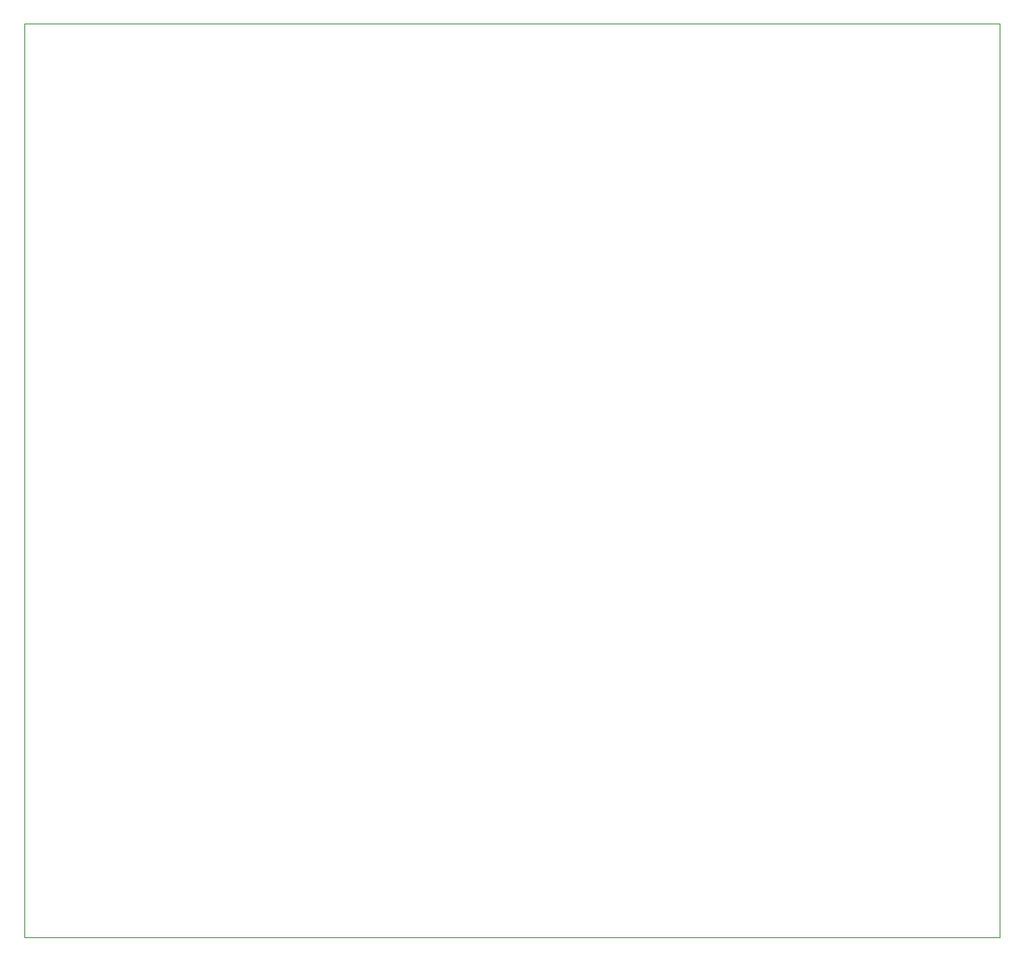
<source format=gm1>
G04 #@! TF.GenerationSoftware,KiCad,Pcbnew,7.0.7*
G04 #@! TF.CreationDate,2024-04-23T20:33:32+02:00*
G04 #@! TF.ProjectId,SE3-pad,5345332d-7061-4642-9e6b-696361645f70,rev?*
G04 #@! TF.SameCoordinates,Original*
G04 #@! TF.FileFunction,Profile,NP*
%FSLAX46Y46*%
G04 Gerber Fmt 4.6, Leading zero omitted, Abs format (unit mm)*
G04 Created by KiCad (PCBNEW 7.0.7) date 2024-04-23 20:33:32*
%MOMM*%
%LPD*%
G01*
G04 APERTURE LIST*
G04 #@! TA.AperFunction,Profile*
%ADD10C,0.050000*%
G04 #@! TD*
G04 APERTURE END LIST*
D10*
X84300000Y-44577000D02*
X185850000Y-44577000D01*
X185850000Y-139827000D01*
X84300000Y-139827000D01*
X84300000Y-44577000D01*
M02*

</source>
